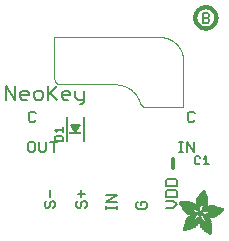
<source format=gbr>
G04 EAGLE Gerber RS-274X export*
G75*
%MOMM*%
%FSLAX34Y34*%
%LPD*%
%INSilkscreen Top*%
%IPPOS*%
%AMOC8*
5,1,8,0,0,1.08239X$1,22.5*%
G01*
%ADD10C,0.127000*%
%ADD11C,0.152400*%
%ADD12C,0.060000*%
%ADD13C,0.203200*%
%ADD14R,1.000000X0.200000*%
%ADD15C,0.304800*%
%ADD16R,0.050800X0.006300*%
%ADD17R,0.082600X0.006400*%
%ADD18R,0.120600X0.006300*%
%ADD19R,0.139700X0.006400*%
%ADD20R,0.158800X0.006300*%
%ADD21R,0.177800X0.006400*%
%ADD22R,0.196800X0.006300*%
%ADD23R,0.215900X0.006400*%
%ADD24R,0.228600X0.006300*%
%ADD25R,0.241300X0.006400*%
%ADD26R,0.254000X0.006300*%
%ADD27R,0.266700X0.006400*%
%ADD28R,0.279400X0.006300*%
%ADD29R,0.285700X0.006400*%
%ADD30R,0.298400X0.006300*%
%ADD31R,0.311200X0.006400*%
%ADD32R,0.317500X0.006300*%
%ADD33R,0.330200X0.006400*%
%ADD34R,0.336600X0.006300*%
%ADD35R,0.349200X0.006400*%
%ADD36R,0.361900X0.006300*%
%ADD37R,0.368300X0.006400*%
%ADD38R,0.381000X0.006300*%
%ADD39R,0.387300X0.006400*%
%ADD40R,0.393700X0.006300*%
%ADD41R,0.406400X0.006400*%
%ADD42R,0.412700X0.006300*%
%ADD43R,0.419100X0.006400*%
%ADD44R,0.431800X0.006300*%
%ADD45R,0.438100X0.006400*%
%ADD46R,0.450800X0.006300*%
%ADD47R,0.457200X0.006400*%
%ADD48R,0.463500X0.006300*%
%ADD49R,0.476200X0.006400*%
%ADD50R,0.482600X0.006300*%
%ADD51R,0.488900X0.006400*%
%ADD52R,0.501600X0.006300*%
%ADD53R,0.508000X0.006400*%
%ADD54R,0.514300X0.006300*%
%ADD55R,0.527000X0.006400*%
%ADD56R,0.533400X0.006300*%
%ADD57R,0.546100X0.006400*%
%ADD58R,0.552400X0.006300*%
%ADD59R,0.558800X0.006400*%
%ADD60R,0.571500X0.006300*%
%ADD61R,0.577800X0.006400*%
%ADD62R,0.584200X0.006300*%
%ADD63R,0.596900X0.006400*%
%ADD64R,0.603200X0.006300*%
%ADD65R,0.609600X0.006400*%
%ADD66R,0.622300X0.006300*%
%ADD67R,0.628600X0.006400*%
%ADD68R,0.641300X0.006300*%
%ADD69R,0.647700X0.006400*%
%ADD70R,0.063500X0.006300*%
%ADD71R,0.654000X0.006300*%
%ADD72R,0.101600X0.006400*%
%ADD73R,0.666700X0.006400*%
%ADD74R,0.139700X0.006300*%
%ADD75R,0.673100X0.006300*%
%ADD76R,0.165100X0.006400*%
%ADD77R,0.679400X0.006400*%
%ADD78R,0.196900X0.006300*%
%ADD79R,0.692100X0.006300*%
%ADD80R,0.222200X0.006400*%
%ADD81R,0.698500X0.006400*%
%ADD82R,0.247700X0.006300*%
%ADD83R,0.704800X0.006300*%
%ADD84R,0.279400X0.006400*%
%ADD85R,0.717500X0.006400*%
%ADD86R,0.298500X0.006300*%
%ADD87R,0.723900X0.006300*%
%ADD88R,0.736600X0.006400*%
%ADD89R,0.342900X0.006300*%
%ADD90R,0.742900X0.006300*%
%ADD91R,0.374700X0.006400*%
%ADD92R,0.749300X0.006400*%
%ADD93R,0.762000X0.006300*%
%ADD94R,0.412700X0.006400*%
%ADD95R,0.768300X0.006400*%
%ADD96R,0.438100X0.006300*%
%ADD97R,0.774700X0.006300*%
%ADD98R,0.463600X0.006400*%
%ADD99R,0.787400X0.006400*%
%ADD100R,0.793700X0.006300*%
%ADD101R,0.495300X0.006400*%
%ADD102R,0.800100X0.006400*%
%ADD103R,0.520700X0.006300*%
%ADD104R,0.812800X0.006300*%
%ADD105R,0.533400X0.006400*%
%ADD106R,0.819100X0.006400*%
%ADD107R,0.558800X0.006300*%
%ADD108R,0.825500X0.006300*%
%ADD109R,0.577900X0.006400*%
%ADD110R,0.831800X0.006400*%
%ADD111R,0.596900X0.006300*%
%ADD112R,0.844500X0.006300*%
%ADD113R,0.616000X0.006400*%
%ADD114R,0.850900X0.006400*%
%ADD115R,0.635000X0.006300*%
%ADD116R,0.857200X0.006300*%
%ADD117R,0.654100X0.006400*%
%ADD118R,0.863600X0.006400*%
%ADD119R,0.666700X0.006300*%
%ADD120R,0.869900X0.006300*%
%ADD121R,0.685800X0.006400*%
%ADD122R,0.876300X0.006400*%
%ADD123R,0.882600X0.006300*%
%ADD124R,0.723900X0.006400*%
%ADD125R,0.889000X0.006400*%
%ADD126R,0.895300X0.006300*%
%ADD127R,0.755700X0.006400*%
%ADD128R,0.901700X0.006400*%
%ADD129R,0.908000X0.006300*%
%ADD130R,0.793800X0.006400*%
%ADD131R,0.914400X0.006400*%
%ADD132R,0.806400X0.006300*%
%ADD133R,0.920700X0.006300*%
%ADD134R,0.825500X0.006400*%
%ADD135R,0.927100X0.006400*%
%ADD136R,0.933400X0.006300*%
%ADD137R,0.857300X0.006400*%
%ADD138R,0.939800X0.006400*%
%ADD139R,0.870000X0.006300*%
%ADD140R,0.939800X0.006300*%
%ADD141R,0.946100X0.006400*%
%ADD142R,0.952500X0.006300*%
%ADD143R,0.908000X0.006400*%
%ADD144R,0.958800X0.006400*%
%ADD145R,0.965200X0.006300*%
%ADD146R,0.965200X0.006400*%
%ADD147R,0.971500X0.006300*%
%ADD148R,0.952500X0.006400*%
%ADD149R,0.977900X0.006400*%
%ADD150R,0.958800X0.006300*%
%ADD151R,0.984200X0.006300*%
%ADD152R,0.971500X0.006400*%
%ADD153R,0.984200X0.006400*%
%ADD154R,0.990600X0.006300*%
%ADD155R,0.984300X0.006400*%
%ADD156R,0.996900X0.006400*%
%ADD157R,0.997000X0.006300*%
%ADD158R,0.996900X0.006300*%
%ADD159R,1.003300X0.006400*%
%ADD160R,1.016000X0.006300*%
%ADD161R,1.009600X0.006300*%
%ADD162R,1.016000X0.006400*%
%ADD163R,1.009600X0.006400*%
%ADD164R,1.022300X0.006300*%
%ADD165R,1.028700X0.006400*%
%ADD166R,1.035100X0.006300*%
%ADD167R,1.047800X0.006400*%
%ADD168R,1.054100X0.006300*%
%ADD169R,1.028700X0.006300*%
%ADD170R,1.054100X0.006400*%
%ADD171R,1.035000X0.006400*%
%ADD172R,1.060400X0.006300*%
%ADD173R,1.035000X0.006300*%
%ADD174R,1.060500X0.006400*%
%ADD175R,1.041400X0.006400*%
%ADD176R,1.066800X0.006300*%
%ADD177R,1.041400X0.006300*%
%ADD178R,1.079500X0.006400*%
%ADD179R,1.047700X0.006400*%
%ADD180R,1.085900X0.006300*%
%ADD181R,1.047700X0.006300*%
%ADD182R,1.085800X0.006400*%
%ADD183R,1.092200X0.006300*%
%ADD184R,1.085900X0.006400*%
%ADD185R,1.098600X0.006300*%
%ADD186R,1.098600X0.006400*%
%ADD187R,1.060400X0.006400*%
%ADD188R,1.104900X0.006300*%
%ADD189R,1.104900X0.006400*%
%ADD190R,1.066800X0.006400*%
%ADD191R,1.111200X0.006300*%
%ADD192R,1.117600X0.006400*%
%ADD193R,1.117600X0.006300*%
%ADD194R,1.073100X0.006300*%
%ADD195R,1.073100X0.006400*%
%ADD196R,1.124000X0.006300*%
%ADD197R,1.079500X0.006300*%
%ADD198R,1.123900X0.006400*%
%ADD199R,1.130300X0.006300*%
%ADD200R,1.130300X0.006400*%
%ADD201R,1.136700X0.006400*%
%ADD202R,1.136700X0.006300*%
%ADD203R,1.085800X0.006300*%
%ADD204R,1.136600X0.006400*%
%ADD205R,1.136600X0.006300*%
%ADD206R,1.143000X0.006400*%
%ADD207R,1.143000X0.006300*%
%ADD208R,1.149400X0.006300*%
%ADD209R,1.149300X0.006300*%
%ADD210R,1.149300X0.006400*%
%ADD211R,1.149400X0.006400*%
%ADD212R,1.155700X0.006400*%
%ADD213R,1.155700X0.006300*%
%ADD214R,1.060500X0.006300*%
%ADD215R,2.197100X0.006400*%
%ADD216R,2.197100X0.006300*%
%ADD217R,2.184400X0.006300*%
%ADD218R,2.184400X0.006400*%
%ADD219R,2.171700X0.006400*%
%ADD220R,2.171700X0.006300*%
%ADD221R,1.530300X0.006400*%
%ADD222R,1.505000X0.006300*%
%ADD223R,1.492300X0.006400*%
%ADD224R,1.485900X0.006300*%
%ADD225R,0.565200X0.006300*%
%ADD226R,1.473200X0.006400*%
%ADD227R,0.565200X0.006400*%
%ADD228R,1.460500X0.006300*%
%ADD229R,1.454100X0.006400*%
%ADD230R,0.552400X0.006400*%
%ADD231R,1.441500X0.006300*%
%ADD232R,0.546100X0.006300*%
%ADD233R,1.435100X0.006400*%
%ADD234R,0.539800X0.006400*%
%ADD235R,1.428800X0.006300*%
%ADD236R,1.422400X0.006400*%
%ADD237R,1.409700X0.006300*%
%ADD238R,0.527100X0.006300*%
%ADD239R,1.403300X0.006400*%
%ADD240R,0.527100X0.006400*%
%ADD241R,1.390700X0.006300*%
%ADD242R,1.384300X0.006400*%
%ADD243R,0.520700X0.006400*%
%ADD244R,1.384300X0.006300*%
%ADD245R,0.514400X0.006300*%
%ADD246R,1.371600X0.006400*%
%ADD247R,1.365200X0.006300*%
%ADD248R,0.508000X0.006300*%
%ADD249R,1.352600X0.006400*%
%ADD250R,0.501700X0.006400*%
%ADD251R,0.711200X0.006300*%
%ADD252R,0.603300X0.006300*%
%ADD253R,0.501700X0.006300*%
%ADD254R,0.692100X0.006400*%
%ADD255R,0.571500X0.006400*%
%ADD256R,0.679400X0.006300*%
%ADD257R,0.495300X0.006300*%
%ADD258R,0.673100X0.006400*%
%ADD259R,0.666800X0.006300*%
%ADD260R,0.488900X0.006300*%
%ADD261R,0.660400X0.006400*%
%ADD262R,0.482600X0.006400*%
%ADD263R,0.476200X0.006300*%
%ADD264R,0.654000X0.006400*%
%ADD265R,0.469900X0.006400*%
%ADD266R,0.476300X0.006400*%
%ADD267R,0.647700X0.006300*%
%ADD268R,0.457200X0.006300*%
%ADD269R,0.469900X0.006300*%
%ADD270R,0.641300X0.006400*%
%ADD271R,0.444500X0.006400*%
%ADD272R,0.463600X0.006300*%
%ADD273R,0.635000X0.006400*%
%ADD274R,0.463500X0.006400*%
%ADD275R,0.393700X0.006400*%
%ADD276R,0.450800X0.006400*%
%ADD277R,0.628600X0.006300*%
%ADD278R,0.387400X0.006300*%
%ADD279R,0.450900X0.006300*%
%ADD280R,0.628700X0.006400*%
%ADD281R,0.374600X0.006400*%
%ADD282R,0.368300X0.006300*%
%ADD283R,0.438200X0.006300*%
%ADD284R,0.622300X0.006400*%
%ADD285R,0.355600X0.006400*%
%ADD286R,0.431800X0.006400*%
%ADD287R,0.349300X0.006300*%
%ADD288R,0.425400X0.006300*%
%ADD289R,0.615900X0.006300*%
%ADD290R,0.330200X0.006300*%
%ADD291R,0.419100X0.006300*%
%ADD292R,0.616000X0.006300*%
%ADD293R,0.311200X0.006300*%
%ADD294R,0.406400X0.006300*%
%ADD295R,0.615900X0.006400*%
%ADD296R,0.304800X0.006400*%
%ADD297R,0.158800X0.006400*%
%ADD298R,0.609600X0.006300*%
%ADD299R,0.292100X0.006300*%
%ADD300R,0.235000X0.006300*%
%ADD301R,0.387400X0.006400*%
%ADD302R,0.292100X0.006400*%
%ADD303R,0.336500X0.006300*%
%ADD304R,0.260400X0.006300*%
%ADD305R,0.603300X0.006400*%
%ADD306R,0.260400X0.006400*%
%ADD307R,0.362000X0.006400*%
%ADD308R,0.450900X0.006400*%
%ADD309R,0.355600X0.006300*%
%ADD310R,0.342900X0.006400*%
%ADD311R,0.514300X0.006400*%
%ADD312R,0.234900X0.006300*%
%ADD313R,0.539700X0.006300*%
%ADD314R,0.603200X0.006400*%
%ADD315R,0.234900X0.006400*%
%ADD316R,0.920700X0.006400*%
%ADD317R,0.958900X0.006400*%
%ADD318R,0.215900X0.006300*%
%ADD319R,0.209600X0.006400*%
%ADD320R,0.203200X0.006300*%
%ADD321R,1.003300X0.006300*%
%ADD322R,0.203200X0.006400*%
%ADD323R,0.196900X0.006400*%
%ADD324R,0.190500X0.006300*%
%ADD325R,0.190500X0.006400*%
%ADD326R,0.184200X0.006300*%
%ADD327R,0.590500X0.006400*%
%ADD328R,0.184200X0.006400*%
%ADD329R,0.590500X0.006300*%
%ADD330R,0.177800X0.006300*%
%ADD331R,0.584200X0.006400*%
%ADD332R,1.168400X0.006400*%
%ADD333R,0.171500X0.006300*%
%ADD334R,1.187500X0.006300*%
%ADD335R,1.200100X0.006400*%
%ADD336R,0.577800X0.006300*%
%ADD337R,1.212900X0.006300*%
%ADD338R,1.231900X0.006400*%
%ADD339R,1.250900X0.006300*%
%ADD340R,0.565100X0.006400*%
%ADD341R,0.184100X0.006400*%
%ADD342R,1.263700X0.006400*%
%ADD343R,0.565100X0.006300*%
%ADD344R,1.289100X0.006300*%
%ADD345R,1.314400X0.006400*%
%ADD346R,0.552500X0.006300*%
%ADD347R,1.568500X0.006300*%
%ADD348R,0.552500X0.006400*%
%ADD349R,1.581200X0.006400*%
%ADD350R,1.593800X0.006300*%
%ADD351R,1.606500X0.006400*%
%ADD352R,1.619300X0.006300*%
%ADD353R,0.514400X0.006400*%
%ADD354R,1.638300X0.006400*%
%ADD355R,1.657300X0.006300*%
%ADD356R,2.209800X0.006400*%
%ADD357R,2.425700X0.006300*%
%ADD358R,2.470100X0.006400*%
%ADD359R,2.501900X0.006300*%
%ADD360R,2.533700X0.006400*%
%ADD361R,2.559000X0.006300*%
%ADD362R,2.584500X0.006400*%
%ADD363R,2.609900X0.006300*%
%ADD364R,2.628900X0.006400*%
%ADD365R,2.660600X0.006300*%
%ADD366R,2.673400X0.006400*%
%ADD367R,1.422400X0.006300*%
%ADD368R,1.200200X0.006300*%
%ADD369R,1.365300X0.006300*%
%ADD370R,1.365300X0.006400*%
%ADD371R,1.352500X0.006300*%
%ADD372R,1.098500X0.006300*%
%ADD373R,1.358900X0.006400*%
%ADD374R,1.352600X0.006300*%
%ADD375R,1.358900X0.006300*%
%ADD376R,1.371600X0.006300*%
%ADD377R,1.377900X0.006400*%
%ADD378R,1.397000X0.006400*%
%ADD379R,1.403300X0.006300*%
%ADD380R,0.914400X0.006300*%
%ADD381R,0.876300X0.006300*%
%ADD382R,0.374600X0.006300*%
%ADD383R,1.073200X0.006400*%
%ADD384R,0.374700X0.006300*%
%ADD385R,0.844600X0.006400*%
%ADD386R,0.844600X0.006300*%
%ADD387R,0.831900X0.006400*%
%ADD388R,1.092200X0.006400*%
%ADD389R,0.400000X0.006300*%
%ADD390R,0.819200X0.006400*%
%ADD391R,1.111300X0.006400*%
%ADD392R,0.812800X0.006400*%
%ADD393R,0.800100X0.006300*%
%ADD394R,0.476300X0.006300*%
%ADD395R,1.181100X0.006300*%
%ADD396R,0.501600X0.006400*%
%ADD397R,1.193800X0.006400*%
%ADD398R,0.781000X0.006400*%
%ADD399R,1.238200X0.006400*%
%ADD400R,0.781100X0.006300*%
%ADD401R,1.257300X0.006300*%
%ADD402R,1.295400X0.006400*%
%ADD403R,1.333500X0.006300*%
%ADD404R,0.774700X0.006400*%
%ADD405R,1.866900X0.006400*%
%ADD406R,0.209600X0.006300*%
%ADD407R,1.866900X0.006300*%
%ADD408R,0.768400X0.006400*%
%ADD409R,0.209500X0.006400*%
%ADD410R,1.860600X0.006400*%
%ADD411R,0.762000X0.006400*%
%ADD412R,0.768400X0.006300*%
%ADD413R,1.860600X0.006300*%
%ADD414R,1.860500X0.006400*%
%ADD415R,0.222300X0.006300*%
%ADD416R,1.854200X0.006300*%
%ADD417R,0.235000X0.006400*%
%ADD418R,1.854200X0.006400*%
%ADD419R,0.768300X0.006300*%
%ADD420R,0.260300X0.006400*%
%ADD421R,1.847800X0.006400*%
%ADD422R,0.266700X0.006300*%
%ADD423R,1.847800X0.006300*%
%ADD424R,0.273100X0.006400*%
%ADD425R,1.841500X0.006400*%
%ADD426R,0.285800X0.006300*%
%ADD427R,1.841500X0.006300*%
%ADD428R,0.298500X0.006400*%
%ADD429R,1.835100X0.006400*%
%ADD430R,0.781000X0.006300*%
%ADD431R,0.304800X0.006300*%
%ADD432R,1.835100X0.006300*%
%ADD433R,0.317500X0.006400*%
%ADD434R,1.828800X0.006400*%
%ADD435R,0.787400X0.006300*%
%ADD436R,0.323800X0.006300*%
%ADD437R,1.828800X0.006300*%
%ADD438R,0.793700X0.006400*%
%ADD439R,1.822400X0.006400*%
%ADD440R,0.806500X0.006300*%
%ADD441R,1.822400X0.006300*%
%ADD442R,1.816100X0.006400*%
%ADD443R,0.819100X0.006300*%
%ADD444R,0.387300X0.006300*%
%ADD445R,1.816100X0.006300*%
%ADD446R,1.809800X0.006400*%
%ADD447R,1.803400X0.006300*%
%ADD448R,1.797000X0.006400*%
%ADD449R,0.901700X0.006300*%
%ADD450R,1.797000X0.006300*%
%ADD451R,1.441400X0.006400*%
%ADD452R,1.790700X0.006400*%
%ADD453R,1.447800X0.006300*%
%ADD454R,1.784300X0.006300*%
%ADD455R,1.447800X0.006400*%
%ADD456R,1.784300X0.006400*%
%ADD457R,1.454100X0.006300*%
%ADD458R,1.771700X0.006300*%
%ADD459R,1.460500X0.006400*%
%ADD460R,1.759000X0.006400*%
%ADD461R,1.466800X0.006300*%
%ADD462R,1.752600X0.006300*%
%ADD463R,1.466800X0.006400*%
%ADD464R,1.739900X0.006400*%
%ADD465R,1.473200X0.006300*%
%ADD466R,1.727200X0.006300*%
%ADD467R,1.479500X0.006400*%
%ADD468R,1.714500X0.006400*%
%ADD469R,1.695400X0.006300*%
%ADD470R,1.485900X0.006400*%
%ADD471R,1.682700X0.006400*%
%ADD472R,1.492200X0.006300*%
%ADD473R,1.663700X0.006300*%
%ADD474R,1.498600X0.006400*%
%ADD475R,1.644600X0.006400*%
%ADD476R,1.498600X0.006300*%
%ADD477R,1.619200X0.006300*%
%ADD478R,1.511300X0.006400*%
%ADD479R,1.600200X0.006400*%
%ADD480R,1.517700X0.006300*%
%ADD481R,1.574800X0.006300*%
%ADD482R,1.524000X0.006400*%
%ADD483R,1.555800X0.006400*%
%ADD484R,1.524000X0.006300*%
%ADD485R,1.536700X0.006300*%
%ADD486R,1.530400X0.006400*%
%ADD487R,1.517700X0.006400*%
%ADD488R,1.492300X0.006300*%
%ADD489R,1.549400X0.006400*%
%ADD490R,1.479600X0.006400*%
%ADD491R,1.549400X0.006300*%
%ADD492R,1.555700X0.006400*%
%ADD493R,1.562100X0.006300*%
%ADD494R,0.323900X0.006300*%
%ADD495R,1.568400X0.006400*%
%ADD496R,0.336600X0.006400*%
%ADD497R,1.587500X0.006300*%
%ADD498R,0.971600X0.006300*%
%ADD499R,0.349300X0.006400*%
%ADD500R,1.600200X0.006300*%
%ADD501R,0.920800X0.006300*%
%ADD502R,0.882700X0.006400*%
%ADD503R,1.612900X0.006300*%
%ADD504R,0.362000X0.006300*%
%ADD505R,1.625600X0.006400*%
%ADD506R,1.625600X0.006300*%
%ADD507R,1.644600X0.006300*%
%ADD508R,0.736600X0.006300*%
%ADD509R,0.717600X0.006400*%
%ADD510R,1.657400X0.006300*%
%ADD511R,0.679500X0.006300*%
%ADD512R,1.663700X0.006400*%
%ADD513R,0.400000X0.006400*%
%ADD514R,1.676400X0.006300*%
%ADD515R,1.676400X0.006400*%
%ADD516R,0.425500X0.006400*%
%ADD517R,1.352500X0.006400*%
%ADD518R,0.444500X0.006300*%
%ADD519R,0.361900X0.006400*%
%ADD520R,0.088900X0.006300*%
%ADD521R,1.009700X0.006300*%
%ADD522R,1.009700X0.006400*%
%ADD523R,1.022300X0.006400*%
%ADD524R,1.346200X0.006400*%
%ADD525R,1.346200X0.006300*%
%ADD526R,1.339900X0.006400*%
%ADD527R,1.035100X0.006400*%
%ADD528R,1.339800X0.006300*%
%ADD529R,1.333500X0.006400*%
%ADD530R,1.327200X0.006400*%
%ADD531R,1.320800X0.006300*%
%ADD532R,1.314500X0.006400*%
%ADD533R,1.314400X0.006300*%
%ADD534R,1.301700X0.006400*%
%ADD535R,1.295400X0.006300*%
%ADD536R,1.289000X0.006400*%
%ADD537R,1.276300X0.006300*%
%ADD538R,1.251000X0.006300*%
%ADD539R,1.244600X0.006400*%
%ADD540R,1.231900X0.006300*%
%ADD541R,1.212800X0.006400*%
%ADD542R,1.200100X0.006300*%
%ADD543R,1.187400X0.006400*%
%ADD544R,1.168400X0.006300*%
%ADD545R,1.047800X0.006300*%
%ADD546R,0.977900X0.006300*%
%ADD547R,0.946200X0.006400*%
%ADD548R,0.933400X0.006400*%
%ADD549R,0.895300X0.006400*%
%ADD550R,0.882700X0.006300*%
%ADD551R,0.863600X0.006300*%
%ADD552R,0.857200X0.006400*%
%ADD553R,0.850900X0.006300*%
%ADD554R,0.838200X0.006300*%
%ADD555R,0.806500X0.006400*%
%ADD556R,0.717600X0.006300*%
%ADD557R,0.711200X0.006400*%
%ADD558R,0.641400X0.006400*%
%ADD559R,0.641400X0.006300*%
%ADD560R,0.628700X0.006300*%
%ADD561R,0.590600X0.006300*%
%ADD562R,0.539700X0.006400*%
%ADD563R,0.285700X0.006300*%
%ADD564R,0.222200X0.006300*%
%ADD565R,0.171400X0.006300*%
%ADD566R,0.152400X0.006400*%
%ADD567R,0.133400X0.006300*%

G36*
X64886Y83085D02*
X64886Y83085D01*
X64913Y83085D01*
X65024Y83117D01*
X65137Y83143D01*
X65160Y83156D01*
X65186Y83164D01*
X65284Y83226D01*
X65385Y83282D01*
X65401Y83300D01*
X65426Y83315D01*
X65611Y83523D01*
X65615Y83527D01*
X67615Y86527D01*
X67646Y86591D01*
X67686Y86651D01*
X67707Y86719D01*
X67738Y86783D01*
X67750Y86854D01*
X67771Y86922D01*
X67773Y86993D01*
X67785Y87064D01*
X67777Y87135D01*
X67779Y87206D01*
X67761Y87275D01*
X67752Y87346D01*
X67725Y87412D01*
X67707Y87481D01*
X67670Y87542D01*
X67643Y87608D01*
X67598Y87664D01*
X67562Y87726D01*
X67510Y87775D01*
X67465Y87830D01*
X67407Y87871D01*
X67354Y87920D01*
X67291Y87953D01*
X67233Y87994D01*
X67165Y88017D01*
X67101Y88050D01*
X67042Y88060D01*
X66964Y88087D01*
X66845Y88093D01*
X66770Y88105D01*
X62770Y88105D01*
X62699Y88095D01*
X62627Y88095D01*
X62559Y88075D01*
X62489Y88065D01*
X62423Y88036D01*
X62354Y88016D01*
X62294Y87978D01*
X62229Y87949D01*
X62174Y87903D01*
X62114Y87865D01*
X62066Y87812D01*
X62012Y87766D01*
X61972Y87706D01*
X61925Y87652D01*
X61894Y87588D01*
X61855Y87529D01*
X61833Y87461D01*
X61802Y87396D01*
X61790Y87326D01*
X61769Y87258D01*
X61767Y87186D01*
X61755Y87116D01*
X61763Y87045D01*
X61761Y86974D01*
X61780Y86904D01*
X61788Y86833D01*
X61813Y86778D01*
X61833Y86699D01*
X61894Y86596D01*
X61925Y86527D01*
X63925Y83527D01*
X64002Y83440D01*
X64075Y83350D01*
X64097Y83335D01*
X64115Y83315D01*
X64212Y83253D01*
X64307Y83186D01*
X64333Y83178D01*
X64355Y83163D01*
X64466Y83131D01*
X64576Y83093D01*
X64603Y83092D01*
X64628Y83085D01*
X64744Y83085D01*
X64860Y83079D01*
X64886Y83085D01*
G37*
D10*
X141597Y18352D02*
X147529Y18352D01*
X150495Y21318D01*
X147529Y24284D01*
X141597Y24284D01*
X141597Y27707D02*
X150495Y27707D01*
X150495Y32156D01*
X149012Y33639D01*
X143080Y33639D01*
X141597Y32156D01*
X141597Y27707D01*
X141597Y37063D02*
X150495Y37063D01*
X150495Y41511D01*
X149012Y42994D01*
X143080Y42994D01*
X141597Y41511D01*
X141597Y37063D01*
X31099Y98220D02*
X29616Y99703D01*
X26650Y99703D01*
X25167Y98220D01*
X25167Y92288D01*
X26650Y90805D01*
X29616Y90805D01*
X31099Y92288D01*
X164236Y99703D02*
X165719Y98220D01*
X164236Y99703D02*
X161270Y99703D01*
X159787Y98220D01*
X159787Y92288D01*
X161270Y90805D01*
X164236Y90805D01*
X165719Y92288D01*
X29151Y74303D02*
X26185Y74303D01*
X24702Y72820D01*
X24702Y66888D01*
X26185Y65405D01*
X29151Y65405D01*
X30634Y66888D01*
X30634Y72820D01*
X29151Y74303D01*
X34057Y74303D02*
X34057Y66888D01*
X35540Y65405D01*
X38506Y65405D01*
X39989Y66888D01*
X39989Y74303D01*
X46378Y74303D02*
X46378Y65405D01*
X43413Y74303D02*
X49344Y74303D01*
X152859Y65405D02*
X155825Y65405D01*
X154342Y65405D02*
X154342Y74303D01*
X152859Y74303D02*
X155825Y74303D01*
X159096Y74303D02*
X159096Y65405D01*
X165028Y65405D02*
X159096Y74303D01*
X165028Y74303D02*
X165028Y65405D01*
D11*
X6320Y109982D02*
X6320Y121168D01*
X13777Y109982D01*
X13777Y121168D01*
X19878Y109982D02*
X23607Y109982D01*
X19878Y109982D02*
X18014Y111846D01*
X18014Y115575D01*
X19878Y117439D01*
X23607Y117439D01*
X25471Y115575D01*
X25471Y113711D01*
X18014Y113711D01*
X31572Y109982D02*
X35301Y109982D01*
X37165Y111846D01*
X37165Y115575D01*
X35301Y117439D01*
X31572Y117439D01*
X29708Y115575D01*
X29708Y111846D01*
X31572Y109982D01*
X41402Y109982D02*
X41402Y121168D01*
X41402Y113711D02*
X48859Y121168D01*
X43266Y115575D02*
X48859Y109982D01*
X54960Y109982D02*
X58689Y109982D01*
X54960Y109982D02*
X53096Y111846D01*
X53096Y115575D01*
X54960Y117439D01*
X58689Y117439D01*
X60553Y115575D01*
X60553Y113711D01*
X53096Y113711D01*
X64790Y111846D02*
X64790Y117439D01*
X64790Y111846D02*
X66654Y109982D01*
X72247Y109982D01*
X72247Y108118D02*
X72247Y117439D01*
X72247Y108118D02*
X70383Y106254D01*
X68518Y106254D01*
D10*
X117680Y23479D02*
X116197Y21996D01*
X116197Y19030D01*
X117680Y17547D01*
X123612Y17547D01*
X125095Y19030D01*
X125095Y21996D01*
X123612Y23479D01*
X120646Y23479D01*
X120646Y20513D01*
X99695Y19935D02*
X99695Y16969D01*
X99695Y18452D02*
X90797Y18452D01*
X90797Y16969D02*
X90797Y19935D01*
X90797Y23206D02*
X99695Y23206D01*
X99695Y29138D02*
X90797Y23206D01*
X90797Y29138D02*
X99695Y29138D01*
X66880Y23882D02*
X65397Y22399D01*
X65397Y19433D01*
X66880Y17950D01*
X68363Y17950D01*
X69846Y19433D01*
X69846Y22399D01*
X71329Y23882D01*
X72812Y23882D01*
X74295Y22399D01*
X74295Y19433D01*
X72812Y17950D01*
X69846Y27305D02*
X69846Y33237D01*
X66880Y30271D02*
X72812Y30271D01*
X40210Y23882D02*
X38727Y22399D01*
X38727Y19433D01*
X40210Y17950D01*
X41693Y17950D01*
X43176Y19433D01*
X43176Y22399D01*
X44659Y23882D01*
X46142Y23882D01*
X47625Y22399D01*
X47625Y19433D01*
X46142Y17950D01*
X43176Y27305D02*
X43176Y33237D01*
D12*
X47000Y128000D02*
X47000Y162850D01*
X136150Y162850D01*
X136633Y162844D01*
X137116Y162827D01*
X137599Y162797D01*
X138080Y162757D01*
X138561Y162704D01*
X139040Y162640D01*
X139517Y162565D01*
X139993Y162477D01*
X140466Y162379D01*
X140936Y162269D01*
X141404Y162148D01*
X141869Y162015D01*
X142330Y161871D01*
X142788Y161716D01*
X143242Y161550D01*
X143692Y161373D01*
X144137Y161186D01*
X144578Y160987D01*
X145014Y160779D01*
X145444Y160559D01*
X145870Y160329D01*
X146289Y160089D01*
X146703Y159839D01*
X147110Y159579D01*
X147511Y159310D01*
X147906Y159030D01*
X148293Y158742D01*
X148674Y158443D01*
X149047Y158136D01*
X149412Y157820D01*
X149770Y157495D01*
X150120Y157162D01*
X150462Y156820D01*
X150795Y156470D01*
X151120Y156112D01*
X151436Y155747D01*
X151743Y155374D01*
X152042Y154993D01*
X152330Y154606D01*
X152610Y154211D01*
X152879Y153810D01*
X153139Y153403D01*
X153389Y152989D01*
X153629Y152570D01*
X153859Y152144D01*
X154079Y151714D01*
X154287Y151278D01*
X154486Y150837D01*
X154673Y150392D01*
X154850Y149942D01*
X155016Y149488D01*
X155171Y149030D01*
X155315Y148569D01*
X155448Y148104D01*
X155569Y147636D01*
X155679Y147166D01*
X155777Y146693D01*
X155865Y146217D01*
X155940Y145740D01*
X156004Y145261D01*
X156057Y144780D01*
X156097Y144299D01*
X156127Y143816D01*
X156144Y143333D01*
X156150Y142850D01*
X156150Y103800D01*
X118900Y108750D02*
X118697Y109251D01*
X118481Y109746D01*
X118253Y110237D01*
X118014Y110721D01*
X117763Y111200D01*
X117500Y111672D01*
X117225Y112138D01*
X116939Y112597D01*
X116643Y113049D01*
X116335Y113493D01*
X116016Y113930D01*
X115687Y114359D01*
X115348Y114779D01*
X114998Y115191D01*
X114638Y115595D01*
X114269Y115990D01*
X113890Y116375D01*
X113502Y116751D01*
X113104Y117118D01*
X112698Y117475D01*
X112283Y117821D01*
X111860Y118158D01*
X111429Y118484D01*
X110990Y118799D01*
X110543Y119104D01*
X110090Y119398D01*
X109629Y119680D01*
X109161Y119951D01*
X108687Y120211D01*
X108206Y120459D01*
X107720Y120695D01*
X107228Y120919D01*
X106731Y121131D01*
X106229Y121331D01*
X105722Y121518D01*
X105210Y121693D01*
X104695Y121856D01*
X104175Y122006D01*
X103652Y122143D01*
X103126Y122267D01*
X102597Y122379D01*
X102066Y122477D01*
X101532Y122563D01*
X100996Y122635D01*
X100459Y122694D01*
X99920Y122741D01*
X99381Y122774D01*
X98841Y122793D01*
X98300Y122800D01*
X119650Y106650D02*
X119705Y106528D01*
X119764Y106407D01*
X119826Y106288D01*
X119892Y106171D01*
X119960Y106056D01*
X120032Y105942D01*
X120108Y105831D01*
X120186Y105722D01*
X120267Y105615D01*
X120352Y105511D01*
X120439Y105409D01*
X120529Y105310D01*
X120622Y105213D01*
X120718Y105118D01*
X120816Y105027D01*
X120917Y104938D01*
X121020Y104853D01*
X121126Y104770D01*
X121234Y104690D01*
X121344Y104613D01*
X121456Y104540D01*
X121570Y104469D01*
X121687Y104402D01*
X121805Y104338D01*
X121925Y104278D01*
X122046Y104221D01*
X122169Y104167D01*
X122294Y104117D01*
X122420Y104071D01*
X122547Y104028D01*
X122675Y103989D01*
X122805Y103953D01*
X122935Y103921D01*
X123066Y103893D01*
X123198Y103868D01*
X123331Y103847D01*
X123464Y103830D01*
X123598Y103817D01*
X123732Y103808D01*
X123866Y103802D01*
X124000Y103800D01*
X119650Y106650D02*
X119447Y107132D01*
X119256Y107617D01*
X119076Y108108D01*
X118907Y108602D01*
X118750Y109100D01*
X124000Y103800D02*
X156150Y103800D01*
X98300Y122800D02*
X52050Y122800D01*
X51911Y122802D01*
X51772Y122808D01*
X51633Y122817D01*
X51494Y122831D01*
X51356Y122848D01*
X51219Y122869D01*
X51082Y122894D01*
X50946Y122922D01*
X50810Y122955D01*
X50676Y122991D01*
X50543Y123030D01*
X50410Y123074D01*
X50279Y123121D01*
X50150Y123171D01*
X50021Y123225D01*
X49895Y123283D01*
X49770Y123344D01*
X49646Y123409D01*
X49525Y123477D01*
X49405Y123548D01*
X49288Y123622D01*
X49172Y123700D01*
X49059Y123781D01*
X48948Y123865D01*
X48840Y123952D01*
X48733Y124042D01*
X48630Y124135D01*
X48529Y124230D01*
X48430Y124329D01*
X48335Y124430D01*
X48242Y124533D01*
X48152Y124640D01*
X48065Y124748D01*
X47981Y124859D01*
X47900Y124972D01*
X47822Y125088D01*
X47748Y125205D01*
X47677Y125325D01*
X47609Y125446D01*
X47544Y125570D01*
X47483Y125695D01*
X47425Y125821D01*
X47371Y125950D01*
X47321Y126079D01*
X47274Y126210D01*
X47230Y126343D01*
X47191Y126476D01*
X47155Y126610D01*
X47122Y126746D01*
X47094Y126882D01*
X47069Y127019D01*
X47048Y127156D01*
X47031Y127294D01*
X47017Y127433D01*
X47008Y127572D01*
X47002Y127711D01*
X47000Y127850D01*
D13*
X57770Y95090D02*
X57770Y75090D01*
X71770Y75090D02*
X71770Y95090D01*
X60770Y88590D02*
X64770Y82590D01*
X60770Y88590D02*
X68770Y88590D01*
X64770Y82590D01*
D14*
X64770Y81590D03*
D11*
X54008Y74852D02*
X47398Y74852D01*
X54008Y74852D02*
X54008Y78157D01*
X52906Y79258D01*
X48500Y79258D01*
X47398Y78157D01*
X47398Y74852D01*
X49602Y82336D02*
X47398Y84539D01*
X54008Y84539D01*
X54008Y82336D02*
X54008Y86743D01*
D15*
X147320Y59880D02*
X147320Y51880D01*
D11*
X169167Y61982D02*
X170268Y60880D01*
X169167Y61982D02*
X166964Y61982D01*
X165862Y60880D01*
X165862Y56474D01*
X166964Y55372D01*
X169167Y55372D01*
X170268Y56474D01*
X173346Y59778D02*
X175549Y61982D01*
X175549Y55372D01*
X173346Y55372D02*
X177753Y55372D01*
D15*
X166280Y179070D02*
X166283Y179290D01*
X166291Y179511D01*
X166304Y179731D01*
X166323Y179950D01*
X166348Y180169D01*
X166377Y180388D01*
X166412Y180605D01*
X166453Y180822D01*
X166498Y181038D01*
X166549Y181252D01*
X166605Y181465D01*
X166667Y181677D01*
X166733Y181887D01*
X166805Y182095D01*
X166882Y182302D01*
X166964Y182506D01*
X167050Y182709D01*
X167142Y182909D01*
X167239Y183108D01*
X167340Y183303D01*
X167447Y183496D01*
X167558Y183687D01*
X167673Y183874D01*
X167793Y184059D01*
X167918Y184241D01*
X168047Y184419D01*
X168181Y184595D01*
X168318Y184767D01*
X168460Y184935D01*
X168606Y185101D01*
X168756Y185262D01*
X168910Y185420D01*
X169068Y185574D01*
X169229Y185724D01*
X169395Y185870D01*
X169563Y186012D01*
X169735Y186149D01*
X169911Y186283D01*
X170089Y186412D01*
X170271Y186537D01*
X170456Y186657D01*
X170643Y186772D01*
X170834Y186883D01*
X171027Y186990D01*
X171222Y187091D01*
X171421Y187188D01*
X171621Y187280D01*
X171824Y187366D01*
X172028Y187448D01*
X172235Y187525D01*
X172443Y187597D01*
X172653Y187663D01*
X172865Y187725D01*
X173078Y187781D01*
X173292Y187832D01*
X173508Y187877D01*
X173725Y187918D01*
X173942Y187953D01*
X174161Y187982D01*
X174380Y188007D01*
X174599Y188026D01*
X174819Y188039D01*
X175040Y188047D01*
X175260Y188050D01*
X175480Y188047D01*
X175701Y188039D01*
X175921Y188026D01*
X176140Y188007D01*
X176359Y187982D01*
X176578Y187953D01*
X176795Y187918D01*
X177012Y187877D01*
X177228Y187832D01*
X177442Y187781D01*
X177655Y187725D01*
X177867Y187663D01*
X178077Y187597D01*
X178285Y187525D01*
X178492Y187448D01*
X178696Y187366D01*
X178899Y187280D01*
X179099Y187188D01*
X179298Y187091D01*
X179493Y186990D01*
X179686Y186883D01*
X179877Y186772D01*
X180064Y186657D01*
X180249Y186537D01*
X180431Y186412D01*
X180609Y186283D01*
X180785Y186149D01*
X180957Y186012D01*
X181125Y185870D01*
X181291Y185724D01*
X181452Y185574D01*
X181610Y185420D01*
X181764Y185262D01*
X181914Y185101D01*
X182060Y184935D01*
X182202Y184767D01*
X182339Y184595D01*
X182473Y184419D01*
X182602Y184241D01*
X182727Y184059D01*
X182847Y183874D01*
X182962Y183687D01*
X183073Y183496D01*
X183180Y183303D01*
X183281Y183108D01*
X183378Y182909D01*
X183470Y182709D01*
X183556Y182506D01*
X183638Y182302D01*
X183715Y182095D01*
X183787Y181887D01*
X183853Y181677D01*
X183915Y181465D01*
X183971Y181252D01*
X184022Y181038D01*
X184067Y180822D01*
X184108Y180605D01*
X184143Y180388D01*
X184172Y180169D01*
X184197Y179950D01*
X184216Y179731D01*
X184229Y179511D01*
X184237Y179290D01*
X184240Y179070D01*
X184237Y178850D01*
X184229Y178629D01*
X184216Y178409D01*
X184197Y178190D01*
X184172Y177971D01*
X184143Y177752D01*
X184108Y177535D01*
X184067Y177318D01*
X184022Y177102D01*
X183971Y176888D01*
X183915Y176675D01*
X183853Y176463D01*
X183787Y176253D01*
X183715Y176045D01*
X183638Y175838D01*
X183556Y175634D01*
X183470Y175431D01*
X183378Y175231D01*
X183281Y175032D01*
X183180Y174837D01*
X183073Y174644D01*
X182962Y174453D01*
X182847Y174266D01*
X182727Y174081D01*
X182602Y173899D01*
X182473Y173721D01*
X182339Y173545D01*
X182202Y173373D01*
X182060Y173205D01*
X181914Y173039D01*
X181764Y172878D01*
X181610Y172720D01*
X181452Y172566D01*
X181291Y172416D01*
X181125Y172270D01*
X180957Y172128D01*
X180785Y171991D01*
X180609Y171857D01*
X180431Y171728D01*
X180249Y171603D01*
X180064Y171483D01*
X179877Y171368D01*
X179686Y171257D01*
X179493Y171150D01*
X179298Y171049D01*
X179099Y170952D01*
X178899Y170860D01*
X178696Y170774D01*
X178492Y170692D01*
X178285Y170615D01*
X178077Y170543D01*
X177867Y170477D01*
X177655Y170415D01*
X177442Y170359D01*
X177228Y170308D01*
X177012Y170263D01*
X176795Y170222D01*
X176578Y170187D01*
X176359Y170158D01*
X176140Y170133D01*
X175921Y170114D01*
X175701Y170101D01*
X175480Y170093D01*
X175260Y170090D01*
X175040Y170093D01*
X174819Y170101D01*
X174599Y170114D01*
X174380Y170133D01*
X174161Y170158D01*
X173942Y170187D01*
X173725Y170222D01*
X173508Y170263D01*
X173292Y170308D01*
X173078Y170359D01*
X172865Y170415D01*
X172653Y170477D01*
X172443Y170543D01*
X172235Y170615D01*
X172028Y170692D01*
X171824Y170774D01*
X171621Y170860D01*
X171421Y170952D01*
X171222Y171049D01*
X171027Y171150D01*
X170834Y171257D01*
X170643Y171368D01*
X170456Y171483D01*
X170271Y171603D01*
X170089Y171728D01*
X169911Y171857D01*
X169735Y171991D01*
X169563Y172128D01*
X169395Y172270D01*
X169229Y172416D01*
X169068Y172566D01*
X168910Y172720D01*
X168756Y172878D01*
X168606Y173039D01*
X168460Y173205D01*
X168318Y173373D01*
X168181Y173545D01*
X168047Y173721D01*
X167918Y173899D01*
X167793Y174081D01*
X167673Y174266D01*
X167558Y174453D01*
X167447Y174644D01*
X167340Y174837D01*
X167239Y175032D01*
X167142Y175231D01*
X167050Y175431D01*
X166964Y175634D01*
X166882Y175838D01*
X166805Y176045D01*
X166733Y176253D01*
X166667Y176463D01*
X166605Y176675D01*
X166549Y176888D01*
X166498Y177102D01*
X166453Y177318D01*
X166412Y177535D01*
X166377Y177752D01*
X166348Y177971D01*
X166323Y178190D01*
X166304Y178409D01*
X166291Y178629D01*
X166283Y178850D01*
X166280Y179070D01*
D13*
X172720Y175006D02*
X172720Y183141D01*
X176787Y183141D01*
X178143Y181785D01*
X178143Y180429D01*
X176787Y179073D01*
X178143Y177718D01*
X178143Y176362D01*
X176787Y175006D01*
X172720Y175006D01*
X172720Y179073D02*
X176787Y179073D01*
D16*
X179038Y-4890D03*
D17*
X179070Y-4826D03*
D18*
X179070Y-4763D03*
D19*
X179039Y-4699D03*
D20*
X179070Y-4636D03*
D21*
X179038Y-4572D03*
D22*
X179070Y-4509D03*
D23*
X179039Y-4445D03*
D24*
X179038Y-4382D03*
D25*
X178975Y-4318D03*
D26*
X178975Y-4255D03*
D27*
X178912Y-4191D03*
D28*
X178911Y-4128D03*
D29*
X178880Y-4064D03*
D30*
X178816Y-4001D03*
D31*
X178816Y-3937D03*
D32*
X178785Y-3874D03*
D33*
X178721Y-3810D03*
D34*
X178689Y-3747D03*
D35*
X178689Y-3683D03*
D36*
X178626Y-3620D03*
D37*
X178594Y-3556D03*
D38*
X178530Y-3493D03*
D39*
X178499Y-3429D03*
D40*
X178467Y-3366D03*
D41*
X178403Y-3302D03*
D42*
X178372Y-3239D03*
D43*
X178340Y-3175D03*
D44*
X178276Y-3112D03*
D45*
X178245Y-3048D03*
D46*
X178181Y-2985D03*
D47*
X178149Y-2921D03*
D48*
X178118Y-2858D03*
D49*
X178054Y-2794D03*
D50*
X178022Y-2731D03*
D51*
X177991Y-2667D03*
D52*
X177927Y-2604D03*
D53*
X177895Y-2540D03*
D54*
X177864Y-2477D03*
D55*
X177800Y-2413D03*
D56*
X177768Y-2350D03*
D57*
X177705Y-2286D03*
D58*
X177673Y-2223D03*
D59*
X177641Y-2159D03*
D60*
X177578Y-2096D03*
D61*
X177546Y-2032D03*
D62*
X177514Y-1969D03*
D63*
X177451Y-1905D03*
D64*
X177419Y-1842D03*
D65*
X177387Y-1778D03*
D66*
X177324Y-1715D03*
D67*
X177292Y-1651D03*
D68*
X177229Y-1588D03*
D69*
X177197Y-1524D03*
D70*
X157385Y-1461D03*
D71*
X177165Y-1461D03*
D72*
X157385Y-1397D03*
D73*
X177102Y-1397D03*
D74*
X157449Y-1334D03*
D75*
X177070Y-1334D03*
D76*
X157512Y-1270D03*
D77*
X177038Y-1270D03*
D78*
X157544Y-1207D03*
D79*
X176975Y-1207D03*
D80*
X157607Y-1143D03*
D81*
X176943Y-1143D03*
D82*
X157671Y-1080D03*
D83*
X176911Y-1080D03*
D84*
X157766Y-1016D03*
D85*
X176848Y-1016D03*
D86*
X157798Y-953D03*
D87*
X176816Y-953D03*
D33*
X157893Y-889D03*
D88*
X176752Y-889D03*
D89*
X157957Y-826D03*
D90*
X176721Y-826D03*
D91*
X158052Y-762D03*
D92*
X176689Y-762D03*
D40*
X158147Y-699D03*
D93*
X176625Y-699D03*
D94*
X158179Y-635D03*
D95*
X176594Y-635D03*
D96*
X158306Y-572D03*
D97*
X176562Y-572D03*
D98*
X158369Y-508D03*
D99*
X176498Y-508D03*
D50*
X158464Y-445D03*
D100*
X176467Y-445D03*
D101*
X158528Y-381D03*
D102*
X176435Y-381D03*
D103*
X158655Y-318D03*
D104*
X176371Y-318D03*
D105*
X158718Y-254D03*
D106*
X176340Y-254D03*
D107*
X158845Y-191D03*
D108*
X176308Y-191D03*
D109*
X158941Y-127D03*
D110*
X176276Y-127D03*
D111*
X159036Y-64D03*
D112*
X176213Y-64D03*
D113*
X159131Y0D03*
D114*
X176181Y0D03*
D115*
X159226Y64D03*
D116*
X176149Y64D03*
D117*
X159322Y127D03*
D118*
X176117Y127D03*
D119*
X159449Y191D03*
D120*
X176086Y191D03*
D121*
X159544Y254D03*
D122*
X176054Y254D03*
D83*
X159639Y318D03*
D123*
X176022Y318D03*
D124*
X159735Y381D03*
D125*
X175990Y381D03*
D90*
X159830Y445D03*
D126*
X175959Y445D03*
D127*
X159957Y508D03*
D128*
X175927Y508D03*
D97*
X160052Y572D03*
D129*
X175895Y572D03*
D130*
X160147Y635D03*
D131*
X175863Y635D03*
D132*
X160274Y699D03*
D133*
X175832Y699D03*
D134*
X160370Y762D03*
D135*
X175800Y762D03*
D112*
X160465Y826D03*
D136*
X175768Y826D03*
D137*
X160592Y889D03*
D138*
X175736Y889D03*
D139*
X160655Y953D03*
D140*
X175736Y953D03*
D125*
X160750Y1016D03*
D141*
X175705Y1016D03*
D126*
X160846Y1080D03*
D142*
X175673Y1080D03*
D143*
X160909Y1143D03*
D144*
X175641Y1143D03*
D133*
X160973Y1207D03*
D145*
X175609Y1207D03*
D135*
X161068Y1270D03*
D146*
X175609Y1270D03*
D140*
X161131Y1334D03*
D147*
X175578Y1334D03*
D148*
X161195Y1397D03*
D149*
X175546Y1397D03*
D150*
X161290Y1461D03*
D151*
X175514Y1461D03*
D152*
X161354Y1524D03*
D153*
X175514Y1524D03*
D151*
X161417Y1588D03*
D154*
X175482Y1588D03*
D155*
X161481Y1651D03*
D156*
X175451Y1651D03*
D157*
X161544Y1715D03*
D158*
X175451Y1715D03*
D159*
X161576Y1778D03*
X175419Y1778D03*
D160*
X161639Y1842D03*
D161*
X175387Y1842D03*
D162*
X161703Y1905D03*
D163*
X175387Y1905D03*
D164*
X161735Y1969D03*
D160*
X175355Y1969D03*
D165*
X161830Y2032D03*
D162*
X175355Y2032D03*
D166*
X161862Y2096D03*
D164*
X175324Y2096D03*
D167*
X161925Y2159D03*
D165*
X175292Y2159D03*
D168*
X161957Y2223D03*
D169*
X175292Y2223D03*
D170*
X162021Y2286D03*
D171*
X175260Y2286D03*
D172*
X162052Y2350D03*
D173*
X175260Y2350D03*
D174*
X162116Y2413D03*
D175*
X175228Y2413D03*
D176*
X162147Y2477D03*
D177*
X175228Y2477D03*
D178*
X162211Y2540D03*
D179*
X175197Y2540D03*
D180*
X162243Y2604D03*
D181*
X175197Y2604D03*
D182*
X162306Y2667D03*
D170*
X175165Y2667D03*
D183*
X162338Y2731D03*
D168*
X175165Y2731D03*
D184*
X162370Y2794D03*
D170*
X175165Y2794D03*
D185*
X162433Y2858D03*
D172*
X175133Y2858D03*
D186*
X162433Y2921D03*
D187*
X175133Y2921D03*
D188*
X162465Y2985D03*
D176*
X175101Y2985D03*
D189*
X162529Y3048D03*
D190*
X175101Y3048D03*
D191*
X162560Y3112D03*
D176*
X175101Y3112D03*
D192*
X162592Y3175D03*
D190*
X175101Y3175D03*
D193*
X162655Y3239D03*
D194*
X175070Y3239D03*
D192*
X162655Y3302D03*
D195*
X175070Y3302D03*
D196*
X162687Y3366D03*
D197*
X175038Y3366D03*
D198*
X162751Y3429D03*
D178*
X175038Y3429D03*
D199*
X162783Y3493D03*
D197*
X175038Y3493D03*
D200*
X162783Y3556D03*
D178*
X175038Y3556D03*
D199*
X162846Y3620D03*
D197*
X175038Y3620D03*
D201*
X162878Y3683D03*
D182*
X175006Y3683D03*
D202*
X162878Y3747D03*
D203*
X175006Y3747D03*
D204*
X162941Y3810D03*
D178*
X174975Y3810D03*
D205*
X162941Y3874D03*
D197*
X174975Y3874D03*
D206*
X162973Y3937D03*
D184*
X174943Y3937D03*
D207*
X163036Y4001D03*
D180*
X174943Y4001D03*
D206*
X163036Y4064D03*
D184*
X174943Y4064D03*
D208*
X163068Y4128D03*
D180*
X174943Y4128D03*
D206*
X163100Y4191D03*
D184*
X174943Y4191D03*
D209*
X163132Y4255D03*
D180*
X174943Y4255D03*
D210*
X163132Y4318D03*
D184*
X174943Y4318D03*
D208*
X163195Y4382D03*
D180*
X174943Y4382D03*
D211*
X163195Y4445D03*
D184*
X174943Y4445D03*
D208*
X163195Y4509D03*
D203*
X174879Y4509D03*
D210*
X163259Y4572D03*
D182*
X174879Y4572D03*
D209*
X163259Y4636D03*
D203*
X174879Y4636D03*
D212*
X163291Y4699D03*
D182*
X174879Y4699D03*
D208*
X163322Y4763D03*
D203*
X174879Y4763D03*
D211*
X163322Y4826D03*
D182*
X174879Y4826D03*
D213*
X163354Y4890D03*
D203*
X174879Y4890D03*
D210*
X163386Y4953D03*
D182*
X174879Y4953D03*
D209*
X163386Y5017D03*
D197*
X174848Y5017D03*
D212*
X163418Y5080D03*
D178*
X174848Y5080D03*
D208*
X163449Y5144D03*
D197*
X174848Y5144D03*
D211*
X163449Y5207D03*
D178*
X174848Y5207D03*
D208*
X163449Y5271D03*
D197*
X174848Y5271D03*
D210*
X163513Y5334D03*
D195*
X174816Y5334D03*
D209*
X163513Y5398D03*
D194*
X174816Y5398D03*
D210*
X163513Y5461D03*
D190*
X174847Y5461D03*
D208*
X163576Y5525D03*
D176*
X174847Y5525D03*
D211*
X163576Y5588D03*
D190*
X174847Y5588D03*
D208*
X163576Y5652D03*
D214*
X174816Y5652D03*
D206*
X163608Y5715D03*
D174*
X174816Y5715D03*
D209*
X163640Y5779D03*
D214*
X174816Y5779D03*
D210*
X163640Y5842D03*
D170*
X174784Y5842D03*
D207*
X163671Y5906D03*
D168*
X174784Y5906D03*
D211*
X163703Y5969D03*
D170*
X174784Y5969D03*
D208*
X163703Y6033D03*
D168*
X174784Y6033D03*
D215*
X169006Y6096D03*
D216*
X169006Y6160D03*
D215*
X169006Y6223D03*
D217*
X169005Y6287D03*
D218*
X169005Y6350D03*
D217*
X169005Y6414D03*
D219*
X169006Y6477D03*
D220*
X169006Y6541D03*
D221*
X165799Y6604D03*
D63*
X176816Y6604D03*
D222*
X165735Y6668D03*
D62*
X176879Y6668D03*
D223*
X165672Y6731D03*
D61*
X176911Y6731D03*
D224*
X165640Y6795D03*
D225*
X176911Y6795D03*
D226*
X165576Y6858D03*
D227*
X176911Y6858D03*
D228*
X165577Y6922D03*
D58*
X176911Y6922D03*
D229*
X165545Y6985D03*
D230*
X176911Y6985D03*
D231*
X165545Y7049D03*
D232*
X176880Y7049D03*
D233*
X165513Y7112D03*
D234*
X176911Y7112D03*
D235*
X165481Y7176D03*
D56*
X176879Y7176D03*
D236*
X165449Y7239D03*
D105*
X176879Y7239D03*
D237*
X165450Y7303D03*
D238*
X176848Y7303D03*
D239*
X165418Y7366D03*
D240*
X176848Y7366D03*
D241*
X165418Y7430D03*
D103*
X176816Y7430D03*
D242*
X165386Y7493D03*
D243*
X176816Y7493D03*
D244*
X165386Y7557D03*
D245*
X176784Y7557D03*
D246*
X165386Y7620D03*
D53*
X176752Y7620D03*
D247*
X165354Y7684D03*
D248*
X176752Y7684D03*
D249*
X165354Y7747D03*
D250*
X176721Y7747D03*
D251*
X162147Y7811D03*
D252*
X169101Y7811D03*
D253*
X176721Y7811D03*
D254*
X162116Y7874D03*
D255*
X169196Y7874D03*
D101*
X176689Y7874D03*
D256*
X162052Y7938D03*
D232*
X169260Y7938D03*
D257*
X176626Y7938D03*
D258*
X162084Y8001D03*
D105*
X169323Y8001D03*
D51*
X176594Y8001D03*
D259*
X162052Y8065D03*
D54*
X169355Y8065D03*
D260*
X176594Y8065D03*
D261*
X162020Y8128D03*
D101*
X169387Y8128D03*
D262*
X176562Y8128D03*
D71*
X162052Y8192D03*
D50*
X169450Y8192D03*
D263*
X176530Y8192D03*
D264*
X162052Y8255D03*
D265*
X169450Y8255D03*
D266*
X176467Y8255D03*
D267*
X162084Y8319D03*
D268*
X169513Y8319D03*
D269*
X176435Y8319D03*
D270*
X162116Y8382D03*
D271*
X169514Y8382D03*
D265*
X176435Y8382D03*
D68*
X162116Y8446D03*
D44*
X169577Y8446D03*
D272*
X176403Y8446D03*
D273*
X162147Y8509D03*
D43*
X169577Y8509D03*
D274*
X176340Y8509D03*
D115*
X162147Y8573D03*
D42*
X169609Y8573D03*
D268*
X176308Y8573D03*
D67*
X162179Y8636D03*
D275*
X169641Y8636D03*
D276*
X176276Y8636D03*
D277*
X162179Y8700D03*
D278*
X169672Y8700D03*
D279*
X176213Y8700D03*
D280*
X162243Y8763D03*
D281*
X169672Y8763D03*
D271*
X176181Y8763D03*
D66*
X162275Y8827D03*
D282*
X169704Y8827D03*
D283*
X176149Y8827D03*
D284*
X162275Y8890D03*
D285*
X169704Y8890D03*
D286*
X176054Y8890D03*
D66*
X162338Y8954D03*
D287*
X169736Y8954D03*
D288*
X176022Y8954D03*
D284*
X162338Y9017D03*
D33*
X169767Y9017D03*
D43*
X175991Y9017D03*
D289*
X162370Y9081D03*
D290*
X169767Y9081D03*
D291*
X175927Y9081D03*
D113*
X162433Y9144D03*
D31*
X169799Y9144D03*
D41*
X175863Y9144D03*
D292*
X162433Y9208D03*
D293*
X169799Y9208D03*
D294*
X175800Y9208D03*
D295*
X162497Y9271D03*
D296*
X169831Y9271D03*
D275*
X175737Y9271D03*
D297*
X179705Y9271D03*
D298*
X162528Y9335D03*
D299*
X169831Y9335D03*
D40*
X175673Y9335D03*
D300*
X179705Y9335D03*
D113*
X162560Y9398D03*
D29*
X169863Y9398D03*
D301*
X175641Y9398D03*
D302*
X179737Y9398D03*
D289*
X162624Y9462D03*
D28*
X169894Y9462D03*
D38*
X175546Y9462D03*
D303*
X179769Y9462D03*
D65*
X162655Y9525D03*
D27*
X169895Y9525D03*
D281*
X175514Y9525D03*
D91*
X179769Y9525D03*
D298*
X162719Y9589D03*
D304*
X169926Y9589D03*
D282*
X175419Y9589D03*
D42*
X179769Y9589D03*
D305*
X162751Y9652D03*
D306*
X169926Y9652D03*
D307*
X175387Y9652D03*
D308*
X179769Y9652D03*
D298*
X162782Y9716D03*
D26*
X169958Y9716D03*
D309*
X175292Y9716D03*
D50*
X179737Y9716D03*
D65*
X162846Y9779D03*
D25*
X169958Y9779D03*
D310*
X175229Y9779D03*
D311*
X179769Y9779D03*
D252*
X162878Y9843D03*
D312*
X169990Y9843D03*
D89*
X175165Y9843D03*
D313*
X179769Y9843D03*
D314*
X162941Y9906D03*
D315*
X169990Y9906D03*
D316*
X177991Y9906D03*
D252*
X163005Y9970D03*
D24*
X170021Y9970D03*
D136*
X178054Y9970D03*
D314*
X163068Y10033D03*
D23*
X170022Y10033D03*
D317*
X178118Y10033D03*
D111*
X163100Y10097D03*
D318*
X170022Y10097D03*
D145*
X178149Y10097D03*
D63*
X163164Y10160D03*
D319*
X170053Y10160D03*
D153*
X178181Y10160D03*
D111*
X163227Y10224D03*
D320*
X170085Y10224D03*
D321*
X178213Y10224D03*
D63*
X163291Y10287D03*
D322*
X170085Y10287D03*
D162*
X178276Y10287D03*
D111*
X163354Y10351D03*
D78*
X170117Y10351D03*
D173*
X178308Y10351D03*
D63*
X163418Y10414D03*
D323*
X170117Y10414D03*
D167*
X178308Y10414D03*
D111*
X163481Y10478D03*
D324*
X170149Y10478D03*
D176*
X178340Y10478D03*
D63*
X163545Y10541D03*
D325*
X170149Y10541D03*
D195*
X178372Y10541D03*
D111*
X163608Y10605D03*
D326*
X170180Y10605D03*
D183*
X178403Y10605D03*
D327*
X163640Y10668D03*
D328*
X170180Y10668D03*
D189*
X178404Y10668D03*
D329*
X163767Y10732D03*
D330*
X170212Y10732D03*
D196*
X178435Y10732D03*
D331*
X163798Y10795D03*
D21*
X170212Y10795D03*
D204*
X178435Y10795D03*
D329*
X163894Y10859D03*
D330*
X170212Y10859D03*
D213*
X178467Y10859D03*
D331*
X163989Y10922D03*
D21*
X170212Y10922D03*
D332*
X178467Y10922D03*
D62*
X164052Y10986D03*
D333*
X170244Y10986D03*
D334*
X178499Y10986D03*
D109*
X164148Y11049D03*
D21*
X170275Y11049D03*
D335*
X178499Y11049D03*
D336*
X164211Y11113D03*
D330*
X170275Y11113D03*
D337*
X178499Y11113D03*
D61*
X164338Y11176D03*
D328*
X170307Y11176D03*
D338*
X178531Y11176D03*
D60*
X164434Y11240D03*
D326*
X170307Y11240D03*
D339*
X178499Y11240D03*
D340*
X164529Y11303D03*
D341*
X170371Y11303D03*
D342*
X178499Y11303D03*
D343*
X164656Y11367D03*
D78*
X170371Y11367D03*
D344*
X178499Y11367D03*
D59*
X164751Y11430D03*
D319*
X170434Y11430D03*
D345*
X178435Y11430D03*
D346*
X164910Y11494D03*
D347*
X177229Y11494D03*
D348*
X165037Y11557D03*
D349*
X177292Y11557D03*
D56*
X165195Y11621D03*
D350*
X177292Y11621D03*
D105*
X165386Y11684D03*
D351*
X177356Y11684D03*
D103*
X165513Y11748D03*
D352*
X177356Y11748D03*
D353*
X165735Y11811D03*
D354*
X177388Y11811D03*
D103*
X165958Y11875D03*
D355*
X177356Y11875D03*
D356*
X174657Y11938D03*
D357*
X173705Y12002D03*
D358*
X173546Y12065D03*
D359*
X173451Y12129D03*
D360*
X173419Y12192D03*
D361*
X173355Y12256D03*
D362*
X173292Y12319D03*
D363*
X173292Y12383D03*
D364*
X173260Y12446D03*
D365*
X173228Y12510D03*
D366*
X173228Y12573D03*
D367*
X166783Y12637D03*
D368*
X180721Y12637D03*
D242*
X166529Y12700D03*
D212*
X181007Y12700D03*
D369*
X166307Y12764D03*
D196*
X181229Y12764D03*
D370*
X166180Y12827D03*
D192*
X181388Y12827D03*
D371*
X166053Y12891D03*
D372*
X181547Y12891D03*
D373*
X165958Y12954D03*
D184*
X181674Y12954D03*
D374*
X165862Y13018D03*
D197*
X181833Y13018D03*
D373*
X165767Y13081D03*
D190*
X181959Y13081D03*
D375*
X165704Y13145D03*
D214*
X182055Y13145D03*
D246*
X165640Y13208D03*
D174*
X182182Y13208D03*
D376*
X165576Y13272D03*
D168*
X182277Y13272D03*
D377*
X165545Y13335D03*
D187*
X182372Y13335D03*
D244*
X165513Y13399D03*
D168*
X182468Y13399D03*
D378*
X165449Y13462D03*
D174*
X182563Y13462D03*
D379*
X165418Y13526D03*
D168*
X182658Y13526D03*
D138*
X163036Y13589D03*
D41*
X170402Y13589D03*
D170*
X182722Y13589D03*
D380*
X162846Y13653D03*
D40*
X170530Y13653D03*
D214*
X182817Y13653D03*
D125*
X162655Y13716D03*
D91*
X170625Y13716D03*
D187*
X182880Y13716D03*
D381*
X162529Y13780D03*
D382*
X170688Y13780D03*
D194*
X182944Y13780D03*
D118*
X162401Y13843D03*
D37*
X170720Y13843D03*
D383*
X183007Y13843D03*
D116*
X162306Y13907D03*
D384*
X170752Y13907D03*
D194*
X183071Y13907D03*
D385*
X162179Y13970D03*
D281*
X170815Y13970D03*
D182*
X183134Y13970D03*
D386*
X162052Y14034D03*
D38*
X170847Y14034D03*
D183*
X183166Y14034D03*
D387*
X161989Y14097D03*
D39*
X170879Y14097D03*
D388*
X183229Y14097D03*
D108*
X161894Y14161D03*
D389*
X170942Y14161D03*
D188*
X183293Y14161D03*
D390*
X161798Y14224D03*
D41*
X170974Y14224D03*
D391*
X183325Y14224D03*
D104*
X161703Y14288D03*
D291*
X171038Y14288D03*
D199*
X183357Y14288D03*
D392*
X161639Y14351D03*
D286*
X171101Y14351D03*
D204*
X183388Y14351D03*
D132*
X161544Y14415D03*
D96*
X171133Y14415D03*
D208*
X183388Y14415D03*
D102*
X161449Y14478D03*
D98*
X171196Y14478D03*
D332*
X183420Y14478D03*
D393*
X161386Y14542D03*
D394*
X171260Y14542D03*
D395*
X183420Y14542D03*
D130*
X161290Y14605D03*
D396*
X171323Y14605D03*
D397*
X183420Y14605D03*
D100*
X161227Y14669D03*
D54*
X171387Y14669D03*
D337*
X183452Y14669D03*
D398*
X161163Y14732D03*
D57*
X171482Y14732D03*
D399*
X183388Y14732D03*
D400*
X161100Y14796D03*
D336*
X171577Y14796D03*
D401*
X183357Y14796D03*
D398*
X161036Y14859D03*
D113*
X171704Y14859D03*
D402*
X183293Y14859D03*
D400*
X160973Y14923D03*
D24*
X169767Y14923D03*
D288*
X173101Y14923D03*
D403*
X183166Y14923D03*
D404*
X160941Y14986D03*
D23*
X169641Y14986D03*
D405*
X180563Y14986D03*
D97*
X160878Y15050D03*
D406*
X169545Y15050D03*
D407*
X180626Y15050D03*
D408*
X160782Y15113D03*
D409*
X169482Y15113D03*
D410*
X180721Y15113D03*
D97*
X160751Y15177D03*
D406*
X169418Y15177D03*
D407*
X180753Y15177D03*
D411*
X160687Y15240D03*
D23*
X169387Y15240D03*
D410*
X180848Y15240D03*
D412*
X160655Y15304D03*
D318*
X169323Y15304D03*
D413*
X180848Y15304D03*
D95*
X160592Y15367D03*
D80*
X169291Y15367D03*
D414*
X180912Y15367D03*
D412*
X160528Y15431D03*
D415*
X169228Y15431D03*
D416*
X180943Y15431D03*
D411*
X160496Y15494D03*
D417*
X169164Y15494D03*
D418*
X181007Y15494D03*
D419*
X160465Y15558D03*
D312*
X169101Y15558D03*
D416*
X181007Y15558D03*
D408*
X160401Y15621D03*
D25*
X169069Y15621D03*
D418*
X181070Y15621D03*
D93*
X160369Y15685D03*
D26*
X169005Y15685D03*
D416*
X181070Y15685D03*
D95*
X160338Y15748D03*
D420*
X168974Y15748D03*
D421*
X181102Y15748D03*
D412*
X160274Y15812D03*
D422*
X168879Y15812D03*
D423*
X181102Y15812D03*
D404*
X160243Y15875D03*
D424*
X168847Y15875D03*
D425*
X181134Y15875D03*
D97*
X160243Y15939D03*
D426*
X168783Y15939D03*
D427*
X181134Y15939D03*
D404*
X160179Y16002D03*
D428*
X168720Y16002D03*
D429*
X181166Y16002D03*
D430*
X160147Y16066D03*
D431*
X168624Y16066D03*
D432*
X181166Y16066D03*
D99*
X160115Y16129D03*
D433*
X168561Y16129D03*
D434*
X181197Y16129D03*
D435*
X160115Y16193D03*
D436*
X168529Y16193D03*
D437*
X181197Y16193D03*
D438*
X160084Y16256D03*
D310*
X168434Y16256D03*
D439*
X181229Y16256D03*
D440*
X160084Y16320D03*
D309*
X168370Y16320D03*
D441*
X181229Y16320D03*
D392*
X160052Y16383D03*
D281*
X168275Y16383D03*
D442*
X181198Y16383D03*
D443*
X160084Y16447D03*
D444*
X168212Y16447D03*
D445*
X181198Y16447D03*
D387*
X160084Y16510D03*
D41*
X168116Y16510D03*
D446*
X181229Y16510D03*
D112*
X160084Y16574D03*
D288*
X168021Y16574D03*
D447*
X181197Y16574D03*
D118*
X160179Y16637D03*
D47*
X167862Y16637D03*
D448*
X181229Y16637D03*
D449*
X160306Y16701D03*
D52*
X167640Y16701D03*
D450*
X181229Y16701D03*
D451*
X162941Y16764D03*
D452*
X181198Y16764D03*
D453*
X162909Y16828D03*
D454*
X181166Y16828D03*
D455*
X162909Y16891D03*
D456*
X181166Y16891D03*
D457*
X162878Y16955D03*
D458*
X181166Y16955D03*
D459*
X162846Y17018D03*
D460*
X181102Y17018D03*
D461*
X162814Y17082D03*
D462*
X181070Y17082D03*
D463*
X162814Y17145D03*
D464*
X181007Y17145D03*
D465*
X162782Y17209D03*
D466*
X181007Y17209D03*
D467*
X162751Y17272D03*
D468*
X180944Y17272D03*
D224*
X162719Y17336D03*
D469*
X180848Y17336D03*
D470*
X162719Y17399D03*
D471*
X180785Y17399D03*
D472*
X162687Y17463D03*
D473*
X180690Y17463D03*
D474*
X162655Y17526D03*
D475*
X180594Y17526D03*
D476*
X162655Y17590D03*
D477*
X180467Y17590D03*
D478*
X162656Y17653D03*
D479*
X180435Y17653D03*
D480*
X162624Y17717D03*
D481*
X180308Y17717D03*
D482*
X162592Y17780D03*
D483*
X180213Y17780D03*
D484*
X162592Y17844D03*
D485*
X180118Y17844D03*
D486*
X162560Y17907D03*
D487*
X180023Y17907D03*
D485*
X162529Y17971D03*
D488*
X179896Y17971D03*
D489*
X162528Y18034D03*
D490*
X179832Y18034D03*
D491*
X162528Y18098D03*
D293*
X173990Y18098D03*
D207*
X181324Y18098D03*
D492*
X162497Y18161D03*
D433*
X174022Y18161D03*
D189*
X181261Y18161D03*
D493*
X162465Y18225D03*
D494*
X174054Y18225D03*
D203*
X181229Y18225D03*
D495*
X162433Y18288D03*
D33*
X174085Y18288D03*
D170*
X181134Y18288D03*
D481*
X162465Y18352D03*
D290*
X174085Y18352D03*
D169*
X181071Y18352D03*
D349*
X162433Y18415D03*
D496*
X174117Y18415D03*
D156*
X181039Y18415D03*
D497*
X162402Y18479D03*
D89*
X174149Y18479D03*
D498*
X180975Y18479D03*
D479*
X162401Y18542D03*
D499*
X174181Y18542D03*
D138*
X180880Y18542D03*
D500*
X162401Y18606D03*
D309*
X174212Y18606D03*
D501*
X180848Y18606D03*
D351*
X162370Y18669D03*
D285*
X174212Y18669D03*
D502*
X180785Y18669D03*
D503*
X162338Y18733D03*
D504*
X174244Y18733D03*
D116*
X180721Y18733D03*
D505*
X162338Y18796D03*
D37*
X174276Y18796D03*
D387*
X180658Y18796D03*
D506*
X162338Y18860D03*
D384*
X174308Y18860D03*
D393*
X180626Y18860D03*
D354*
X162338Y18923D03*
D91*
X174308Y18923D03*
D404*
X180563Y18923D03*
D507*
X162306Y18987D03*
D38*
X174339Y18987D03*
D508*
X180499Y18987D03*
D475*
X162306Y19050D03*
D301*
X174371Y19050D03*
D509*
X180467Y19050D03*
D510*
X162306Y19114D03*
D389*
X174371Y19114D03*
D511*
X180404Y19114D03*
D512*
X162275Y19177D03*
D513*
X174371Y19177D03*
D69*
X180372Y19177D03*
D514*
X162274Y19241D03*
D294*
X174403Y19241D03*
D292*
X180340Y19241D03*
D515*
X162274Y19304D03*
D94*
X174435Y19304D03*
D327*
X180277Y19304D03*
D371*
X160592Y19368D03*
D290*
X169069Y19368D03*
D42*
X174435Y19368D03*
D232*
X180245Y19368D03*
D249*
X160528Y19431D03*
D496*
X169037Y19431D03*
D516*
X174435Y19431D03*
D243*
X180245Y19431D03*
D371*
X160465Y19495D03*
D89*
X169069Y19495D03*
D44*
X174466Y19495D03*
D263*
X180213Y19495D03*
D517*
X160465Y19558D03*
D35*
X169037Y19558D03*
D286*
X174466Y19558D03*
D271*
X180182Y19558D03*
D374*
X160401Y19622D03*
D309*
X169069Y19622D03*
D518*
X174467Y19622D03*
D294*
X180181Y19622D03*
D517*
X160338Y19685D03*
D519*
X169101Y19685D03*
D271*
X174467Y19685D03*
D499*
X180150Y19685D03*
D375*
X160306Y19749D03*
D282*
X169069Y19749D03*
D46*
X174498Y19749D03*
D299*
X180118Y19749D03*
D249*
X160274Y19812D03*
D91*
X169101Y19812D03*
D47*
X174466Y19812D03*
D319*
X180086Y19812D03*
D371*
X160211Y19876D03*
D38*
X169132Y19876D03*
D269*
X174467Y19876D03*
D520*
X180055Y19876D03*
D373*
X160179Y19939D03*
D275*
X169133Y19939D03*
D265*
X174467Y19939D03*
D374*
X160147Y20003D03*
D389*
X169164Y20003D03*
D50*
X174466Y20003D03*
D517*
X160084Y20066D03*
D41*
X169196Y20066D03*
D51*
X174435Y20066D03*
D375*
X160052Y20130D03*
D291*
X169196Y20130D03*
D257*
X174403Y20130D03*
D373*
X159989Y20193D03*
D286*
X169259Y20193D03*
D53*
X174403Y20193D03*
D371*
X159957Y20257D03*
D154*
X171990Y20257D03*
D373*
X159925Y20320D03*
D156*
X172022Y20320D03*
D375*
X159862Y20384D03*
D158*
X172022Y20384D03*
D517*
X159830Y20447D03*
D159*
X171990Y20447D03*
D374*
X159766Y20511D03*
D521*
X172022Y20511D03*
D373*
X159735Y20574D03*
D522*
X172022Y20574D03*
D375*
X159671Y20638D03*
D160*
X171990Y20638D03*
D249*
X159639Y20701D03*
D523*
X172022Y20701D03*
D371*
X159576Y20765D03*
D164*
X172022Y20765D03*
D524*
X159544Y20828D03*
D523*
X172022Y20828D03*
D525*
X159480Y20892D03*
D169*
X171990Y20892D03*
D526*
X159449Y20955D03*
D527*
X172022Y20955D03*
D528*
X159385Y21019D03*
D166*
X172022Y21019D03*
D529*
X159354Y21082D03*
D527*
X172022Y21082D03*
D403*
X159290Y21146D03*
D177*
X171990Y21146D03*
D530*
X159258Y21209D03*
D179*
X172022Y21209D03*
D531*
X159226Y21273D03*
D181*
X172022Y21273D03*
D532*
X159195Y21336D03*
D179*
X172022Y21336D03*
D533*
X159131Y21400D03*
D181*
X172022Y21400D03*
D534*
X159068Y21463D03*
D170*
X171990Y21463D03*
D535*
X159036Y21527D03*
D214*
X172022Y21527D03*
D536*
X159004Y21590D03*
D174*
X172022Y21590D03*
D537*
X158941Y21654D03*
D214*
X172022Y21654D03*
D342*
X158941Y21717D03*
D174*
X172022Y21717D03*
D538*
X158877Y21781D03*
D214*
X172022Y21781D03*
D539*
X158845Y21844D03*
D174*
X172022Y21844D03*
D540*
X158782Y21908D03*
D214*
X172022Y21908D03*
D541*
X158750Y21971D03*
D174*
X172022Y21971D03*
D542*
X158687Y22035D03*
D214*
X172022Y22035D03*
D543*
X158623Y22098D03*
D174*
X172022Y22098D03*
D544*
X158591Y22162D03*
D176*
X172053Y22162D03*
D210*
X158560Y22225D03*
D190*
X172053Y22225D03*
D199*
X158465Y22289D03*
D176*
X172053Y22289D03*
D391*
X158433Y22352D03*
D190*
X172053Y22352D03*
D203*
X158369Y22416D03*
D176*
X172053Y22416D03*
D190*
X158274Y22479D03*
X172053Y22479D03*
D177*
X158210Y22543D03*
D176*
X172053Y22543D03*
D163*
X158115Y22606D03*
D190*
X172053Y22606D03*
D147*
X158052Y22670D03*
D176*
X172053Y22670D03*
D135*
X157957Y22733D03*
D190*
X172053Y22733D03*
D381*
X157830Y22797D03*
D176*
X172053Y22797D03*
D438*
X157671Y22860D03*
D190*
X172053Y22860D03*
D176*
X172053Y22924D03*
D190*
X172053Y22987D03*
D168*
X172054Y23051D03*
D170*
X172054Y23114D03*
D168*
X172054Y23178D03*
D170*
X172054Y23241D03*
D168*
X172054Y23305D03*
D167*
X172085Y23368D03*
D545*
X172085Y23432D03*
D167*
X172085Y23495D03*
D545*
X172085Y23559D03*
D167*
X172085Y23622D03*
D177*
X172117Y23686D03*
D171*
X172085Y23749D03*
D173*
X172085Y23813D03*
D171*
X172085Y23876D03*
D169*
X172117Y23940D03*
D165*
X172117Y24003D03*
D169*
X172117Y24067D03*
D162*
X172117Y24130D03*
D160*
X172117Y24194D03*
D162*
X172117Y24257D03*
D521*
X172149Y24321D03*
D522*
X172149Y24384D03*
D321*
X172117Y24448D03*
D156*
X172149Y24511D03*
D158*
X172149Y24575D03*
D156*
X172149Y24638D03*
D154*
X172180Y24702D03*
D155*
X172149Y24765D03*
D546*
X172181Y24829D03*
D149*
X172181Y24892D03*
D147*
X172149Y24956D03*
D146*
X172180Y25019D03*
D145*
X172180Y25083D03*
D144*
X172212Y25146D03*
D142*
X172181Y25210D03*
D547*
X172212Y25273D03*
D140*
X172180Y25337D03*
D548*
X172212Y25400D03*
D136*
X172212Y25464D03*
D135*
X172244Y25527D03*
D501*
X172212Y25591D03*
D131*
X172244Y25654D03*
D380*
X172244Y25718D03*
D128*
X172244Y25781D03*
D449*
X172244Y25845D03*
D549*
X172276Y25908D03*
D550*
X172276Y25972D03*
D502*
X172276Y26035D03*
D381*
X172308Y26099D03*
D118*
X172307Y26162D03*
D551*
X172307Y26226D03*
D552*
X172339Y26289D03*
D553*
X172308Y26353D03*
D385*
X172339Y26416D03*
D554*
X172371Y26480D03*
D110*
X172339Y26543D03*
D108*
X172371Y26607D03*
D106*
X172403Y26670D03*
D440*
X172403Y26734D03*
D555*
X172403Y26797D03*
D393*
X172435Y26861D03*
D130*
X172466Y26924D03*
D430*
X172466Y26988D03*
D398*
X172466Y27051D03*
D412*
X172466Y27115D03*
D411*
X172498Y27178D03*
D93*
X172498Y27242D03*
D127*
X172530Y27305D03*
D90*
X172530Y27369D03*
D88*
X172561Y27432D03*
D508*
X172561Y27496D03*
D124*
X172562Y27559D03*
D556*
X172593Y27623D03*
D557*
X172625Y27686D03*
D83*
X172593Y27750D03*
D81*
X172625Y27813D03*
D79*
X172657Y27877D03*
D121*
X172625Y27940D03*
D511*
X172657Y28004D03*
D258*
X172689Y28067D03*
D119*
X172657Y28131D03*
D261*
X172688Y28194D03*
D71*
X172720Y28258D03*
D558*
X172720Y28321D03*
D559*
X172720Y28385D03*
D273*
X172752Y28448D03*
D560*
X172784Y28512D03*
D284*
X172752Y28575D03*
D289*
X172784Y28639D03*
D65*
X172815Y28702D03*
D111*
X172816Y28766D03*
D63*
X172816Y28829D03*
D561*
X172847Y28893D03*
D61*
X172847Y28956D03*
D60*
X172879Y29020D03*
D255*
X172879Y29083D03*
D107*
X172879Y29147D03*
D348*
X172911Y29210D03*
D346*
X172911Y29274D03*
D562*
X172911Y29337D03*
D56*
X172942Y29401D03*
D55*
X172974Y29464D03*
D103*
X172943Y29528D03*
D353*
X172974Y29591D03*
D248*
X173006Y29655D03*
D396*
X172974Y29718D03*
D257*
X173006Y29782D03*
D51*
X173038Y29845D03*
D394*
X173038Y29909D03*
D266*
X173038Y29972D03*
D269*
X173070Y30036D03*
D47*
X173069Y30099D03*
D46*
X173101Y30163D03*
D276*
X173101Y30226D03*
D518*
X173133Y30290D03*
D286*
X173133Y30353D03*
D44*
X173133Y30417D03*
D43*
X173133Y30480D03*
D42*
X173165Y30544D03*
D94*
X173165Y30607D03*
D294*
X173196Y30671D03*
D275*
X173197Y30734D03*
D278*
X173228Y30798D03*
D301*
X173228Y30861D03*
D382*
X173228Y30925D03*
D37*
X173260Y30988D03*
D282*
X173260Y31052D03*
D285*
X173260Y31115D03*
D287*
X173292Y31179D03*
D310*
X173324Y31242D03*
D303*
X173292Y31306D03*
D33*
X173323Y31369D03*
D436*
X173355Y31433D03*
D31*
X173355Y31496D03*
D293*
X173355Y31560D03*
D296*
X173387Y31623D03*
D299*
X173387Y31687D03*
D302*
X173387Y31750D03*
D563*
X173419Y31814D03*
D424*
X173419Y31877D03*
D422*
X173451Y31941D03*
D420*
X173419Y32004D03*
D26*
X173450Y32068D03*
D25*
X173451Y32131D03*
D300*
X173482Y32195D03*
D80*
X173482Y32258D03*
D564*
X173482Y32322D03*
D319*
X173482Y32385D03*
D22*
X173482Y32449D03*
D328*
X173482Y32512D03*
D565*
X173482Y32576D03*
D566*
X173514Y32639D03*
D567*
X173482Y32703D03*
D72*
X173450Y32766D03*
D70*
X173451Y32830D03*
M02*

</source>
